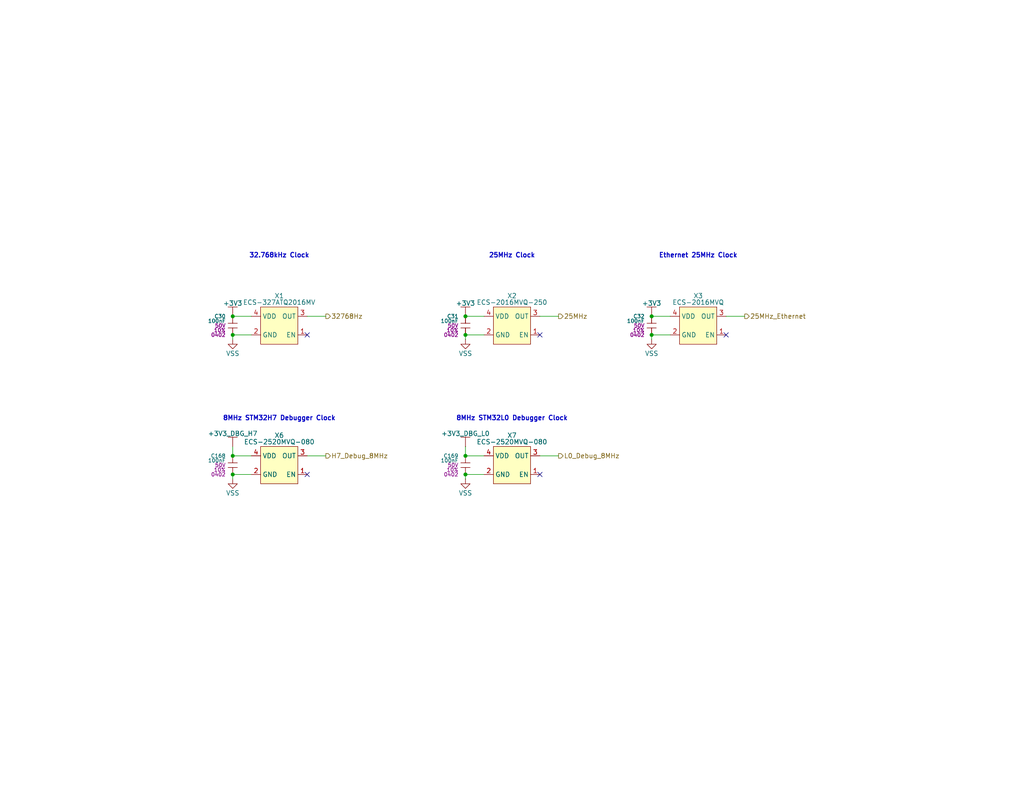
<source format=kicad_sch>
(kicad_sch (version 20250114) (generator "eeschema") (generator_version "9.0")
  (paper "USLetter")
  (title_block (title "Clocks") (date "2025-03-31") (rev "1") (comment 2 "PROTOTYPE") (comment 3 "2025"))
  (lib_symbols
    (symbol "ECS_XTAL_4-SMD_1"
      (property "Reference" "X?" (at 0 8.128 0))
      (property "Value" "ECS_XTAL_4-SMD" (at 0 6.35 0))
      (symbol "ECS_XTAL_4-SMD_1_0_0"
        (pin power_in line (at -7.62 2.54 0) (length 2.54) (name "VDD") (number "4"))
      )
      (symbol "ECS_XTAL_4-SMD_1_1_0"
        (pin power_in line (at -7.62 -2.54 0) (length 2.54) (name "GND") (number "2"))
        (pin output line (at 7.62 2.54 180) (length 2.54) (name "OUT") (number "3"))
        (pin tri_state line (at 7.62 -2.54 180) (length 2.54) (name "EN") (number "1"))
      )
      (symbol "ECS_XTAL_4-SMD_1_1_1"
        (rectangle (start -5.08 5.08) (end 5.08 -5.08) (fill (type background)))
      )
    )
    (symbol "ECS_XTAL_4-SMD_2"
      (property "Reference" "X?" (at 0 8.128 0))
      (property "Value" "ECS_XTAL_4-SMD" (at 0 6.35 0))
      (symbol "ECS_XTAL_4-SMD_2_0_0"
        (pin power_in line (at -7.62 2.54 0) (length 2.54) (name "VDD") (number "4"))
      )
      (symbol "ECS_XTAL_4-SMD_2_1_0"
        (pin power_in line (at -7.62 -2.54 0) (length 2.54) (name "GND") (number "2"))
        (pin output line (at 7.62 2.54 180) (length 2.54) (name "OUT") (number "3"))
        (pin tri_state line (at 7.62 -2.54 180) (length 2.54) (name "EN") (number "1"))
      )
      (symbol "ECS_XTAL_4-SMD_2_1_1"
        (rectangle (start -5.08 5.08) (end 5.08 -5.08) (fill (type background)))
      )
    )
    (symbol "ECS_XTAL_4-SMD_3"
      (property "Reference" "X?" (at 0 8.128 0))
      (property "Value" "ECS_XTAL_4-SMD" (at 0 6.35 0))
      (symbol "ECS_XTAL_4-SMD_3_0_0"
        (pin power_in line (at -7.62 2.54 0) (length 2.54) (name "VDD") (number "4"))
      )
      (symbol "ECS_XTAL_4-SMD_3_1_0"
        (pin power_in line (at -7.62 -2.54 0) (length 2.54) (name "GND") (number "2"))
        (pin output line (at 7.62 2.54 180) (length 2.54) (name "OUT") (number "3"))
        (pin tri_state line (at 7.62 -2.54 180) (length 2.54) (name "EN") (number "1"))
      )
      (symbol "ECS_XTAL_4-SMD_3_1_1"
        (rectangle (start -5.08 5.08) (end 5.08 -5.08) (fill (type background)))
      )
    )
    (symbol "ECS_XTAL_4-SMD_4"
      (property "Reference" "X?" (at 0 8.128 0))
      (property "Value" "ECS_XTAL_4-SMD" (at 0 6.35 0))
      (symbol "ECS_XTAL_4-SMD_4_0_0"
        (pin power_in line (at -7.62 2.54 0) (length 2.54) (name "VDD") (number "4"))
      )
      (symbol "ECS_XTAL_4-SMD_4_1_0"
        (pin power_in line (at -7.62 -2.54 0) (length 2.54) (name "GND") (number "2"))
        (pin output line (at 7.62 2.54 180) (length 2.54) (name "OUT") (number "3"))
        (pin tri_state line (at 7.62 -2.54 180) (length 2.54) (name "EN") (number "1"))
      )
      (symbol "ECS_XTAL_4-SMD_4_1_1"
        (rectangle (start -5.08 5.08) (end 5.08 -5.08) (fill (type background)))
      )
    )
    (symbol "lib_pwr:+3V3" (power) (pin_numbers (hide yes)) (pin_names (offset 0) (hide yes))
      (property "Value" "+3V3" (at 0 3.556 0))
      (symbol "+3V3_0_1"
        (polyline (pts (xy -1.27 2.54) (xy 0 2.54)))
        (polyline (pts (xy 0 2.54) (xy 1.27 2.54)))
        (polyline (pts (xy 0 0) (xy 0 2.54)))
      )
      (symbol "+3V3_1_1"
        (pin power_in line (at 0 0 90) (length 0) (name "~") (number "1"))
      )
    )
    (symbol "lib_pwr:+3V3_DBG_H7" (power) (pin_numbers (hide yes)) (pin_names (offset 0) (hide yes))
      (property "Value" "+3V3_DBG_H7" (at 0 3.556 0))
      (symbol "+3V3_DBG_H7_0_1"
        (polyline (pts (xy -1.27 2.54) (xy 0 2.54)))
        (polyline (pts (xy 0 2.54) (xy 1.27 2.54)))
        (polyline (pts (xy 0 0) (xy 0 2.54)))
      )
      (symbol "+3V3_DBG_H7_1_1"
        (pin power_in line (at 0 0 90) (length 0) (name "~") (number "1"))
      )
    )
    (symbol "lib_pwr:+3V3_DBG_L0" (power) (pin_numbers (hide yes)) (pin_names (offset 0) (hide yes))
      (property "Value" "+3V3_DBG_L0" (at 0 3.556 0))
      (symbol "+3V3_DBG_L0_0_1"
        (polyline (pts (xy -1.27 2.54) (xy 0 2.54)))
        (polyline (pts (xy 0 2.54) (xy 1.27 2.54)))
        (polyline (pts (xy 0 0) (xy 0 2.54)))
      )
      (symbol "+3V3_DBG_L0_1_1"
        (pin power_in line (at 0 0 90) (length 0) (name "~") (number "1"))
      )
    )
    (symbol "lib_pwr:VSS" (power) (pin_numbers (hide yes)) (pin_names (offset 0) (hide yes))
      (property "Value" "VSS" (at 0 -3.81 0))
      (symbol "VSS_0_1"
        (polyline (pts (xy 0 0) (xy 0 -1.27) (xy 1.27 -1.27) (xy 0 -2.54) (xy -1.27 -1.27) (xy 0 -1.27)))
      )
      (symbol "VSS_1_1"
        (pin power_in line (at 0 0 270) (length 0) (name "~") (number "1"))
      )
    )
    (symbol "lib_sch:C" (pin_numbers (hide yes)) (pin_names (hide yes))
      (property "Reference" "C?" (at 1.905 2.54 0))
      (property "Value" "CAP" (at 1.905 1.27 0))
      (property "Tolerance" "TOL" (at 1.905 -1.27 0))
      (property "Voltage Rating" "VOLTAGE" (at 1.905 0 0))
      (property "Package" "PKG" (at 1.905 -2.54 0))
      (symbol "C_0_1"
        (polyline (pts (xy -1.27 0.635) (xy 1.27 0.635)))
        (polyline (pts (xy -1.27 -0.635) (xy 1.27 -0.635)))
      )
      (symbol "C_1_1"
        (pin passive line (at 0 2.54 270) (length 1.905) (name "") (number "1"))
        (pin passive line (at 0 -2.54 90) (length 1.905) (name "") (number "2"))
      )
    )
  )
  (text "8MHz STM32L0 Debugger Clock" (at 139.7 114.3 0) (effects (font (size 1.27 1.27) (thickness 0.254) (bold yes))))
  (text "25MHz Clock" (at 139.7 69.85 0) (effects (font (size 1.27 1.27) (thickness 0.254) (bold yes))))
  (text "32.768kHz Clock" (at 76.2 69.85 0) (effects (font (size 1.27 1.27) (thickness 0.254) (bold yes))))
  (text "8MHz STM32H7 Debugger Clock" (at 76.2 114.3 0) (effects (font (size 1.27 1.27) (thickness 0.254) (bold yes))))
  (text "Ethernet 25MHz Clock" (at 190.5 69.85 0) (effects (font (size 1.27 1.27) (thickness 0.254) (bold yes))))
  (junction (at 127 91.44))
  (junction (at 177.8 86.36))
  (junction (at 63.5 91.44))
  (junction (at 127 86.36))
  (junction (at 177.8 91.44))
  (junction (at 63.5 129.54))
  (junction (at 63.5 86.36))
  (junction (at 127 129.54))
  (junction (at 127 124.46))
  (junction (at 63.5 124.46))
  (no_connect (at 147.32 129.54))
  (no_connect (at 83.82 91.44))
  (no_connect (at 83.82 129.54))
  (no_connect (at 198.12 91.44))
  (no_connect (at 147.32 91.44))
  (wire (pts (xy 63.5 129.54) (xy 63.5 130.81)))
  (wire (pts (xy 63.5 129.54) (xy 68.58 129.54)))
  (wire (pts (xy 177.8 91.44) (xy 177.8 92.71)))
  (wire (pts (xy 203.2 86.36) (xy 198.12 86.36)))
  (wire (pts (xy 63.5 124.46) (xy 63.5 121.92)))
  (wire (pts (xy 68.58 124.46) (xy 63.5 124.46)))
  (wire (pts (xy 147.32 124.46) (xy 152.4 124.46)))
  (wire (pts (xy 127 129.54) (xy 132.08 129.54)))
  (wire (pts (xy 63.5 91.44) (xy 63.5 92.71)))
  (wire (pts (xy 177.8 86.36) (xy 182.88 86.36)))
  (wire (pts (xy 127 91.44) (xy 132.08 91.44)))
  (wire (pts (xy 83.82 124.46) (xy 88.9 124.46)))
  (wire (pts (xy 152.4 86.36) (xy 147.32 86.36)))
  (wire (pts (xy 63.5 86.36) (xy 68.58 86.36)))
  (wire (pts (xy 177.8 91.44) (xy 182.88 91.44)))
  (wire (pts (xy 127 129.54) (xy 127 130.81)))
  (wire (pts (xy 88.9 86.36) (xy 83.82 86.36)))
  (wire (pts (xy 63.5 91.44) (xy 68.58 91.44)))
  (wire (pts (xy 132.08 124.46) (xy 127 124.46)))
  (wire (pts (xy 127 124.46) (xy 127 121.92)))
  (wire (pts (xy 127 86.36) (xy 132.08 86.36)))
  (wire (pts (xy 127 91.44) (xy 127 92.71)))
  (hierarchical_label "25MHz_Ethernet" (shape output) (at 203.2 86.36 0))
  (hierarchical_label "25MHz" (shape output) (at 152.4 86.36 0))
  (hierarchical_label "H7_Debug_8MHz" (shape output) (at 88.9 124.46 0))
  (hierarchical_label "32768Hz" (shape output) (at 88.9 86.36 0))
  (hierarchical_label "L0_Debug_8MHz" (shape output) (at 152.4 124.46 0))
  (symbol (lib_id "lib_pwr:VSS") (at 63.5 130.81 0) (unit 1)
    (property "Reference" "#PWR080" (effects (hide yes)))
    (property "Value" "VSS" (at 63.5 134.62 0))
  )
  (symbol (lib_id "lib_pwr:+3V3") (at 177.8 86.36 0) (unit 1)
    (property "Reference" "#PWR077" (effects (hide yes)))
    (property "Value" "+3V3" (at 177.8 82.804 0))
  )
  (symbol (lib_name "ECS_XTAL_4-SMD_1") (lib_id "lib_sch:ECS_XTAL_4-SMD") (at 76.2 88.9 0) (unit 1)
    (property "Reference" "X1" (at 76.2 80.772 0))
    (property "Value" "ECS-327ATQ2016MV" (at 76.2 82.55 0))
    (property "Footprint" "lib_crystals:ECS-xxxATQ2016MV" (effects (hide yes)))
    (property "Datasheet" "datasheets/ECS-327ATQ2016MV.pdf" (effects (hide yes)))
    (property "Description" "XTAL OSC XO 32.768 KHZ CMOS SMD" (effects (hide yes)))
    (property "Manufacturer" "ECS Inc." (effects (hide yes)))
    (property "MPN" "ECS-327ATQ2016MV-BS-TR" (effects (hide yes)))
    (property "DKPN" "50-ECS-327ATQ2016MV-BS-TRCT-ND" (effects (hide yes)))
  )
  (symbol (lib_id "lib_pwr:VSS") (at 127 130.81 0) (unit 1)
    (property "Reference" "#PWR0205" (effects (hide yes)))
    (property "Value" "VSS" (at 127 134.62 0))
  )
  (symbol (lib_name "ECS_XTAL_4-SMD_4") (lib_id "lib_sch:ECS_XTAL_4-SMD") (at 76.2 127 0) (unit 1)
    (property "Reference" "X6" (at 76.2 118.872 0))
    (property "Value" "ECS-2520MVQ-080" (at 76.2 120.65 0))
    (property "Footprint" "lib_crystals:ECS-2520MVQ" (effects (hide yes)))
    (property "Datasheet" "datasheets/ECS-2520MVQ.pdf" (effects (hide yes)))
    (property "Description" "XTAL OSC XO 8.0000MHZ CMOS SMD" (effects (hide yes)))
    (property "Manufacturer" "ECS Inc." (effects (hide yes)))
    (property "MPN" "ECS-2520MVQ-080-CN-TR" (effects (hide yes)))
    (property "DKPN" "50-ECS-2520MVQ-080-CN-CT-ND" (effects (hide yes)))
  )
  (symbol (lib_id "lib_sch:C") (at 127 88.9 0) (mirror y) (unit 1)
    (property "Reference" "C31" (at 125.095 86.36 0) (effects (font (size 1.016 1.016)) (justify left)))
    (property "Value" "100nF" (at 125.095 87.63 0) (effects (font (size 1.016 1.016)) (justify left)))
    (property "Footprint" "lib_passives:GCM0402" (effects (hide yes)))
    (property "Datasheet" "datasheets/Murata-Electronics-GRT155R71H104KE01.pdf" (effects (hide yes)))
    (property "Description" "CAP CER 0.1UF 50V X7R 0402" (effects (hide yes)))
    (property "Manufacturer" "Murata Electronics" (effects (hide yes)))
    (property "MPN" "GRT155R71H104KE01D" (effects (hide yes)))
    (property "DKPN" "490-GRT155R71H104KE01DCT-ND" (effects (hide yes)))
    (property "Tolerance" "10%" (at 125.095 90.17 0) (effects (font (size 1.016 1.016)) (justify left)))
    (property "Voltage Rating" "50V" (at 125.095 88.9 0) (effects (font (size 1.016 1.016)) (justify left)))
    (property "Package" "0402" (at 125.095 91.44 0) (effects (font (size 1.016 1.016)) (justify left)))
  )
  (symbol (lib_id "lib_pwr:+3V3_DBG_H7") (at 63.5 121.92 0) (unit 1)
    (property "Reference" "#PWR0337" (effects (hide yes)))
    (property "Value" "+3V3_DBG_H7" (at 63.5 118.364 0))
  )
  (symbol (lib_id "lib_sch:C") (at 63.5 88.9 0) (mirror y) (unit 1)
    (property "Reference" "C30" (at 61.595 86.36 0) (effects (font (size 1.016 1.016)) (justify left)))
    (property "Value" "100nF" (at 61.595 87.63 0) (effects (font (size 1.016 1.016)) (justify left)))
    (property "Footprint" "lib_passives:GCM0402" (effects (hide yes)))
    (property "Datasheet" "datasheets/Murata-Electronics-GRT155R71H104KE01.pdf" (effects (hide yes)))
    (property "Description" "CAP CER 0.1UF 50V X7R 0402" (effects (hide yes)))
    (property "Manufacturer" "Murata Electronics" (effects (hide yes)))
    (property "MPN" "GRT155R71H104KE01D" (effects (hide yes)))
    (property "DKPN" "490-GRT155R71H104KE01DCT-ND" (effects (hide yes)))
    (property "Tolerance" "10%" (at 61.595 90.17 0) (effects (font (size 1.016 1.016)) (justify left)))
    (property "Voltage Rating" "50V" (at 61.595 88.9 0) (effects (font (size 1.016 1.016)) (justify left)))
    (property "Package" "0402" (at 61.595 91.44 0) (effects (font (size 1.016 1.016)) (justify left)))
  )
  (symbol (lib_id "lib_sch:C") (at 127 127 0) (mirror y) (unit 1)
    (property "Reference" "C169" (at 125.095 124.46 0) (effects (font (size 1.016 1.016)) (justify left)))
    (property "Value" "100nF" (at 125.095 125.73 0) (effects (font (size 1.016 1.016)) (justify left)))
    (property "Footprint" "lib_passives:GCM0402" (effects (hide yes)))
    (property "Datasheet" "datasheets/Murata-Electronics-GRT155R71H104KE01.pdf" (effects (hide yes)))
    (property "Description" "CAP CER 0.1UF 50V X7R 0402" (effects (hide yes)))
    (property "Manufacturer" "Murata Electronics" (effects (hide yes)))
    (property "MPN" "GRT155R71H104KE01D" (effects (hide yes)))
    (property "DKPN" "490-GRT155R71H104KE01DCT-ND" (effects (hide yes)))
    (property "Tolerance" "10%" (at 125.095 128.27 0) (effects (font (size 1.016 1.016)) (justify left)))
    (property "Voltage Rating" "50V" (at 125.095 127 0) (effects (font (size 1.016 1.016)) (justify left)))
    (property "Package" "0402" (at 125.095 129.54 0) (effects (font (size 1.016 1.016)) (justify left)))
  )
  (symbol (lib_name "ECS_XTAL_4-SMD_2") (lib_id "lib_sch:ECS_XTAL_4-SMD") (at 139.7 88.9 0) (unit 1)
    (property "Reference" "X2" (at 139.7 80.772 0))
    (property "Value" "ECS-2016MVQ-250" (at 139.7 82.55 0))
    (property "Footprint" "lib_crystals:ECS-2016MV" (effects (hide yes)))
    (property "Datasheet" "datasheets/ECS-2016MVQ.pdf" (effects (hide yes)))
    (property "Description" "XTAL OSC XO 25.0000MHZ CMOS SMD" (effects (hide yes)))
    (property "Manufacturer" "ECS Inc." (effects (hide yes)))
    (property "MPN" "ECS-2016MVQ-250-CN-TR" (effects (hide yes)))
    (property "DKPN" "50-ECS-2016MVQ-250-CN-CT-ND" (effects (hide yes)))
  )
  (symbol (lib_id "lib_pwr:+3V3_DBG_L0") (at 127 121.92 0) (unit 1)
    (property "Reference" "#PWR0363" (effects (hide yes)))
    (property "Value" "+3V3_DBG_L0" (at 127 118.364 0))
  )
  (symbol (lib_name "ECS_XTAL_4-SMD_4") (lib_id "lib_sch:ECS_XTAL_4-SMD") (at 139.7 127 0) (unit 1)
    (property "Reference" "X7" (at 139.7 118.872 0))
    (property "Value" "ECS-2520MVQ-080" (at 139.7 120.65 0))
    (property "Footprint" "lib_crystals:ECS-2520MVQ" (effects (hide yes)))
    (property "Datasheet" "datasheets/ECS-2520MVQ.pdf" (effects (hide yes)))
    (property "Description" "XTAL OSC XO 8.0000MHZ CMOS SMD" (effects (hide yes)))
    (property "Manufacturer" "ECS Inc." (effects (hide yes)))
    (property "MPN" "ECS-2520MVQ-080-CN-TR" (effects (hide yes)))
    (property "DKPN" "50-ECS-2520MVQ-080-CN-CT-ND" (effects (hide yes)))
  )
  (symbol (lib_id "lib_pwr:+3V3") (at 63.5 86.36 0) (unit 1)
    (property "Reference" "#PWR075" (effects (hide yes)))
    (property "Value" "+3V3" (at 63.5 82.804 0))
  )
  (symbol (lib_id "lib_sch:C") (at 177.8 88.9 0) (mirror y) (unit 1)
    (property "Reference" "C32" (at 175.895 86.36 0) (effects (font (size 1.016 1.016)) (justify left)))
    (property "Value" "100nF" (at 175.895 87.63 0) (effects (font (size 1.016 1.016)) (justify left)))
    (property "Footprint" "lib_passives:GCM0402" (effects (hide yes)))
    (property "Datasheet" "datasheets/Murata-Electronics-GRT155R71H104KE01.pdf" (effects (hide yes)))
    (property "Description" "CAP CER 0.1UF 50V X7R 0402" (effects (hide yes)))
    (property "Manufacturer" "Murata Electronics" (effects (hide yes)))
    (property "MPN" "GRT155R71H104KE01D" (effects (hide yes)))
    (property "DKPN" "490-GRT155R71H104KE01DCT-ND" (effects (hide yes)))
    (property "Tolerance" "10%" (at 175.895 90.17 0) (effects (font (size 1.016 1.016)) (justify left)))
    (property "Voltage Rating" "50V" (at 175.895 88.9 0) (effects (font (size 1.016 1.016)) (justify left)))
    (property "Package" "0402" (at 175.895 91.44 0) (effects (font (size 1.016 1.016)) (justify left)))
  )
  (symbol (lib_id "lib_pwr:VSS") (at 63.5 92.71 0) (unit 1)
    (property "Reference" "#PWR078" (effects (hide yes)))
    (property "Value" "VSS" (at 63.5 96.52 0))
  )
  (symbol (lib_id "lib_pwr:VSS") (at 127 92.71 0) (unit 1)
    (property "Reference" "#PWR079" (effects (hide yes)))
    (property "Value" "VSS" (at 127 96.52 0))
  )
  (symbol (lib_name "ECS_XTAL_4-SMD_3") (lib_id "lib_sch:ECS_XTAL_4-SMD") (at 190.5 88.9 0) (unit 1)
    (property "Reference" "X3" (at 190.5 80.772 0))
    (property "Value" "ECS-2016MVQ" (at 190.5 82.55 0))
    (property "Footprint" "lib_crystals:ECS-2016MV" (effects (hide yes)))
    (property "Datasheet" "datasheets/ECS-2016MVQ.pdf" (effects (hide yes)))
    (property "Description" "XTAL OSC XO 25.0000MHZ CMOS SMD" (effects (hide yes)))
    (property "Manufacturer" "ECS Inc." (effects (hide yes)))
    (property "MPN" "ECS-2016MVQ-250-CN-TR" (effects (hide yes)))
    (property "DKPN" "50-ECS-2016MVQ-250-CN-CT-ND" (effects (hide yes)))
  )
  (symbol (lib_id "lib_pwr:VSS") (at 177.8 92.71 0) (unit 1)
    (property "Reference" "#PWR0204" (effects (hide yes)))
    (property "Value" "VSS" (at 177.8 96.52 0))
  )
  (symbol (lib_id "lib_sch:C") (at 63.5 127 0) (mirror y) (unit 1)
    (property "Reference" "C168" (at 61.595 124.46 0) (effects (font (size 1.016 1.016)) (justify left)))
    (property "Value" "100nF" (at 61.595 125.73 0) (effects (font (size 1.016 1.016)) (justify left)))
    (property "Footprint" "lib_passives:GCM0402" (effects (hide yes)))
    (property "Datasheet" "datasheets/Murata-Electronics-GRT155R71H104KE01.pdf" (effects (hide yes)))
    (property "Description" "CAP CER 0.1UF 50V X7R 0402" (effects (hide yes)))
    (property "Manufacturer" "Murata Electronics" (effects (hide yes)))
    (property "MPN" "GRT155R71H104KE01D" (effects (hide yes)))
    (property "DKPN" "490-GRT155R71H104KE01DCT-ND" (effects (hide yes)))
    (property "Tolerance" "10%" (at 61.595 128.27 0) (effects (font (size 1.016 1.016)) (justify left)))
    (property "Voltage Rating" "50V" (at 61.595 127 0) (effects (font (size 1.016 1.016)) (justify left)))
    (property "Package" "0402" (at 61.595 129.54 0) (effects (font (size 1.016 1.016)) (justify left)))
  )
  (symbol (lib_id "lib_pwr:+3V3") (at 127 86.36 0) (unit 1)
    (property "Reference" "#PWR076" (effects (hide yes)))
    (property "Value" "+3V3" (at 127 82.804 0))
  )
)
</source>
